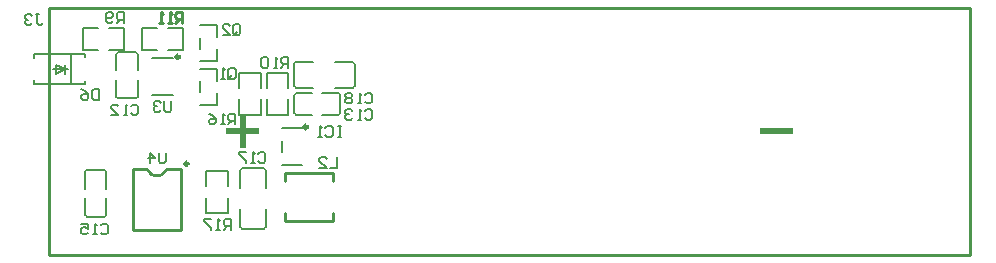
<source format=gbo>
G04*
G04 #@! TF.GenerationSoftware,Altium Limited,Altium Designer,24.1.2 (44)*
G04*
G04 Layer_Color=32896*
%FSTAX24Y24*%
%MOIN*%
G70*
G04*
G04 #@! TF.SameCoordinates,D42F5CEB-65A2-4495-9315-5EDE3D0C892D*
G04*
G04*
G04 #@! TF.FilePolarity,Positive*
G04*
G01*
G75*
%ADD10C,0.0060*%
%ADD11C,0.0100*%
%ADD15C,0.0079*%
%ADD88C,0.0118*%
%ADD89C,0.0060*%
%ADD90C,0.0050*%
G36*
X026775Y0048D02*
X025675D01*
Y005D01*
X026775D01*
Y0048D01*
D02*
G37*
G36*
X008525Y005D02*
X008975D01*
Y0048D01*
X008525D01*
Y00435D01*
X008325D01*
Y0048D01*
X007875D01*
Y005D01*
X008325D01*
Y00545D01*
X008525D01*
Y005D01*
D02*
G37*
D10*
X004264Y007549D02*
G03*
X004204Y007489I0J-00006D01*
G01*
X004916D02*
G03*
X004856Y007549I-00006J0D01*
G01*
X004204Y006063D02*
G03*
X004264Y006003I00006J0D01*
G01*
X004856D02*
G03*
X004916Y006063I0J00006D01*
G01*
X00913Y001658D02*
G03*
X00919Y001718I0J00006D01*
G01*
X00833D02*
G03*
X00839Y001658I00006J0D01*
G01*
X00919Y003616D02*
G03*
X00913Y003676I-00006J0D01*
G01*
X00839D02*
G03*
X00833Y003616I0J-00006D01*
G01*
X003806Y002063D02*
G03*
X003866Y002123I0J00006D01*
G01*
X003154D02*
G03*
X003214Y002063I00006J0D01*
G01*
X003866Y003549D02*
G03*
X003806Y003609I-00006J0D01*
G01*
X003214D02*
G03*
X003154Y003549I0J-00006D01*
G01*
X010124Y00642D02*
G03*
X010184Y00636I00006J0D01*
G01*
Y00722D02*
G03*
X010124Y00716I0J-00006D01*
G01*
X012082Y00636D02*
G03*
X012142Y00642I0J00006D01*
G01*
Y00716D02*
G03*
X012082Y00722I-00006J0D01*
G01*
X011667Y006112D02*
G03*
X011607Y006172I-00006J0D01*
G01*
Y005461D02*
G03*
X011667Y005521I0J00006D01*
G01*
X010181Y006172D02*
G03*
X010121Y006112I0J-00006D01*
G01*
Y005521D02*
G03*
X010181Y005461I00006J0D01*
G01*
X004264Y007549D02*
X004856D01*
X004916Y006934D02*
Y007489D01*
X004204Y006934D02*
Y007489D01*
X004264Y006003D02*
X004856D01*
X004916Y006063D02*
Y006618D01*
X004204Y006063D02*
Y006618D01*
X003083Y007619D02*
X003589D01*
X003083D02*
Y008341D01*
X003589D01*
X003964Y007619D02*
X00447D01*
Y008341D01*
X003964D02*
X00447D01*
X00921Y006341D02*
Y006847D01*
X009932D01*
Y006341D02*
Y006847D01*
X00921Y005461D02*
Y005967D01*
Y005461D02*
X009932D01*
Y005967D01*
X00839Y001658D02*
X00913D01*
X00833Y001718D02*
Y002302D01*
X00919Y001718D02*
Y002302D01*
X00839Y003676D02*
X00913D01*
X00833Y003032D02*
Y003616D01*
X00919Y003032D02*
Y003616D01*
X003214Y002063D02*
X003806D01*
X003154Y002123D02*
Y002678D01*
X003866Y002123D02*
Y002678D01*
X003214Y003609D02*
X003806D01*
X003154Y002994D02*
Y003549D01*
X003866Y002994D02*
Y003549D01*
X010184Y00722D02*
X010768D01*
X010184Y00636D02*
X010768D01*
X010124Y00642D02*
Y00716D01*
X011498Y00722D02*
X012082D01*
X011498Y00636D02*
X012082D01*
X012142Y00642D02*
Y00716D01*
X009731Y005001D02*
X010401D01*
X009731Y003799D02*
X010401D01*
X009731Y004212D02*
Y004588D01*
X007Y008441D02*
X007572D01*
Y008035D02*
Y008441D01*
X007Y007239D02*
X007572D01*
Y007645D01*
X007Y007661D02*
Y008019D01*
X005388Y006124D02*
X006088D01*
X005388Y007336D02*
X006088D01*
X008299Y006341D02*
Y006847D01*
X009021D01*
Y006341D02*
Y006847D01*
X008299Y005461D02*
Y005967D01*
Y005461D02*
X009021D01*
Y005967D01*
X011052Y005461D02*
X011607D01*
X011052Y006172D02*
X011607D01*
X011667Y005521D02*
Y006112D01*
X010181Y005461D02*
X010736D01*
X010181Y006172D02*
X010736D01*
X010121Y005521D02*
Y006112D01*
X005924Y008341D02*
X00643D01*
Y007619D02*
Y008341D01*
X005924Y007619D02*
X00643D01*
X005043Y008341D02*
X005549D01*
X005043Y007619D02*
Y008341D01*
Y007619D02*
X005549D01*
X007Y006991D02*
X007572D01*
Y006585D02*
Y006991D01*
X007Y005789D02*
X007572D01*
Y006195D01*
X007Y006211D02*
Y006569D01*
X007921Y002193D02*
Y002699D01*
X007199Y002193D02*
X007921D01*
X007199D02*
Y002699D01*
X007921Y003074D02*
Y00358D01*
X007199D02*
X007921D01*
X007199Y003074D02*
Y00358D01*
D11*
X00524Y003614D02*
G03*
X00587Y003614I000315J000148D01*
G01*
X006606Y003823D02*
G03*
X006606Y003823I-000067J0D01*
G01*
X001975Y000775D02*
Y009025D01*
X032675D01*
Y000775D02*
Y009025D01*
X001975Y000775D02*
X032675D01*
X011422Y00191D02*
Y002166D01*
X009822Y00191D02*
X011422D01*
X009822Y003254D02*
Y00351D01*
X011422D01*
Y003254D02*
Y00351D01*
X009822Y00191D02*
Y002166D01*
X004748Y001626D02*
Y003634D01*
Y001626D02*
X006362D01*
Y003634D01*
X004748Y003634D02*
X00524D01*
X00587D02*
X006362D01*
X006404Y008523D02*
Y008877D01*
X006227D01*
X006168Y008818D01*
Y0087D01*
X006227Y008641D01*
X006404D01*
X006286D02*
X006168Y008523D01*
X00605D02*
X005931D01*
X00599D01*
Y008877D01*
X00605Y008818D01*
X005754Y008523D02*
X005636D01*
X005695D01*
Y008877D01*
X005754Y008818D01*
D15*
X005845Y004197D02*
Y003902D01*
X005786Y003843D01*
X005668D01*
X005609Y003902D01*
Y004197D01*
X005314Y003843D02*
Y004197D01*
X005491Y00402D01*
X005255D01*
X006035Y005917D02*
Y005622D01*
X005976Y005563D01*
X005858D01*
X005799Y005622D01*
Y005917D01*
X005681Y005858D02*
X005622Y005917D01*
X005504D01*
X005445Y005858D01*
Y005799D01*
X005504Y00574D01*
X005563D01*
X005504D01*
X005445Y005681D01*
Y005622D01*
X005504Y005563D01*
X005622D01*
X005681Y005622D01*
X008013Y001623D02*
Y001977D01*
X007836D01*
X007777Y001918D01*
Y0018D01*
X007836Y001741D01*
X008013D01*
X007895D02*
X007777Y001623D01*
X007659D02*
X00754D01*
X0076D01*
Y001977D01*
X007659Y001918D01*
X007363Y001977D02*
X007127D01*
Y001918D01*
X007363Y001682D01*
Y001623D01*
X008163Y005143D02*
Y005497D01*
X007986D01*
X007927Y005438D01*
Y00532D01*
X007986Y005261D01*
X008163D01*
X008045D02*
X007927Y005143D01*
X007809D02*
X00769D01*
X00775D01*
Y005497D01*
X007809Y005438D01*
X007277Y005497D02*
X007395Y005438D01*
X007513Y00532D01*
Y005202D01*
X007454Y005143D01*
X007336D01*
X007277Y005202D01*
Y005261D01*
X007336Y00532D01*
X007513D01*
X009923Y007023D02*
Y007377D01*
X009746D01*
X009687Y007318D01*
Y0072D01*
X009746Y007141D01*
X009923D01*
X009805D02*
X009687Y007023D01*
X009569D02*
X00945D01*
X00951D01*
Y007377D01*
X009569Y007318D01*
X009273D02*
X009214Y007377D01*
X009096D01*
X009037Y007318D01*
Y007082D01*
X009096Y007023D01*
X009214D01*
X009273Y007082D01*
Y007318D01*
X004445Y008513D02*
Y008867D01*
X004268D01*
X004209Y008808D01*
Y00869D01*
X004268Y008631D01*
X004445D01*
X004327D02*
X004209Y008513D01*
X004091Y008572D02*
X004032Y008513D01*
X003914D01*
X003855Y008572D01*
Y008808D01*
X003914Y008867D01*
X004032D01*
X004091Y008808D01*
Y008749D01*
X004032Y00869D01*
X003855D01*
X008099Y008172D02*
Y008408D01*
X008158Y008467D01*
X008276D01*
X008335Y008408D01*
Y008172D01*
X008276Y008113D01*
X008158D01*
X008217Y008231D02*
X008099Y008113D01*
X008158D02*
X008099Y008172D01*
X007745Y008113D02*
X007981D01*
X007745Y008349D01*
Y008408D01*
X007804Y008467D01*
X007922D01*
X007981Y008408D01*
X00794Y006722D02*
Y006958D01*
X007999Y007017D01*
X008117D01*
X008176Y006958D01*
Y006722D01*
X008117Y006663D01*
X007999D01*
X008058Y006781D02*
X00794Y006663D01*
X007999D02*
X00794Y006722D01*
X007822Y006663D02*
X007704D01*
X007763D01*
Y007017D01*
X007822Y006958D01*
X011565Y004037D02*
Y003683D01*
X011329D01*
X010975D02*
X011211D01*
X010975Y003919D01*
Y003978D01*
X011034Y004037D01*
X011152D01*
X011211Y003978D01*
X001509Y008807D02*
X001627D01*
X001568D01*
Y008512D01*
X001627Y008453D01*
X001686D01*
X001745Y008512D01*
X001391Y008748D02*
X001332Y008807D01*
X001214D01*
X001155Y008748D01*
Y008689D01*
X001214Y00863D01*
X001273D01*
X001214D01*
X001155Y008571D01*
Y008512D01*
X001214Y008453D01*
X001332D01*
X001391Y008512D01*
X011704Y005067D02*
X011586D01*
X011645D01*
Y004713D01*
X011704D01*
X011586D01*
X011172Y005008D02*
X011231Y005067D01*
X01135D01*
X011409Y005008D01*
Y004772D01*
X01135Y004713D01*
X011231D01*
X011172Y004772D01*
X011054Y004713D02*
X010936D01*
X010995D01*
Y005067D01*
X011054Y005008D01*
X003625Y006317D02*
Y005963D01*
X003448D01*
X003389Y006022D01*
Y006258D01*
X003448Y006317D01*
X003625D01*
X003035D02*
X003153Y006258D01*
X003271Y00614D01*
Y006022D01*
X003212Y005963D01*
X003094D01*
X003035Y006022D01*
Y006081D01*
X003094Y00614D01*
X003271D01*
X012487Y006128D02*
X012546Y006187D01*
X012664D01*
X012723Y006128D01*
Y005892D01*
X012664Y005833D01*
X012546D01*
X012487Y005892D01*
X012369Y005833D02*
X01225D01*
X01231D01*
Y006187D01*
X012369Y006128D01*
X012073D02*
X012014Y006187D01*
X011896D01*
X011837Y006128D01*
Y006069D01*
X011896Y00601D01*
X011837Y005951D01*
Y005892D01*
X011896Y005833D01*
X012014D01*
X012073Y005892D01*
Y005951D01*
X012014Y00601D01*
X012073Y006069D01*
Y006128D01*
X012014Y00601D02*
X011896D01*
X008937Y004148D02*
X008996Y004207D01*
X009114D01*
X009173Y004148D01*
Y003912D01*
X009114Y003853D01*
X008996D01*
X008937Y003912D01*
X008819Y003853D02*
X0087D01*
X00876D01*
Y004207D01*
X008819Y004148D01*
X008523Y004207D02*
X008287D01*
Y004148D01*
X008523Y003912D01*
Y003853D01*
X003677Y001768D02*
X003736Y001827D01*
X003854D01*
X003913Y001768D01*
Y001532D01*
X003854Y001473D01*
X003736D01*
X003677Y001532D01*
X003559Y001473D02*
X00344D01*
X0035D01*
Y001827D01*
X003559Y001768D01*
X003027Y001827D02*
X003263D01*
Y00165D01*
X003145Y001709D01*
X003086D01*
X003027Y00165D01*
Y001532D01*
X003086Y001473D01*
X003204D01*
X003263Y001532D01*
X012487Y005588D02*
X012546Y005647D01*
X012664D01*
X012723Y005588D01*
Y005352D01*
X012664Y005293D01*
X012546D01*
X012487Y005352D01*
X012369Y005293D02*
X01225D01*
X01231D01*
Y005647D01*
X012369Y005588D01*
X012073D02*
X012014Y005647D01*
X011896D01*
X011837Y005588D01*
Y005529D01*
X011896Y00547D01*
X011955D01*
X011896D01*
X011837Y005411D01*
Y005352D01*
X011896Y005293D01*
X012014D01*
X012073Y005352D01*
X004687Y005738D02*
X004746Y005797D01*
X004864D01*
X004923Y005738D01*
Y005502D01*
X004864Y005443D01*
X004746D01*
X004687Y005502D01*
X004569Y005443D02*
X00445D01*
X00451D01*
Y005797D01*
X004569Y005738D01*
X004037Y005443D02*
X004273D01*
X004037Y005679D01*
Y005738D01*
X004096Y005797D01*
X004214D01*
X004273Y005738D01*
D88*
X010575Y00505D02*
G03*
X010575Y00505I-000059J0D01*
G01*
X006309Y007387D02*
G03*
X006309Y007387I-000059J0D01*
G01*
D89*
X003168Y006469D02*
Y006592D01*
X001457Y006469D02*
X003168D01*
X001457D02*
Y00661D01*
X003164Y007369D02*
Y007492D01*
X001453D02*
X003164D01*
X001453Y007362D02*
Y007492D01*
X002704Y006474D02*
Y007496D01*
D90*
X00249Y00683D02*
Y00698D01*
X00219Y00683D02*
X00249Y00698D01*
X00219Y00683D02*
Y00698D01*
X00249D02*
Y00713D01*
X00219D02*
X00249Y00698D01*
X00219D02*
Y00713D01*
X00209Y00698D02*
X00259D01*
M02*

</source>
